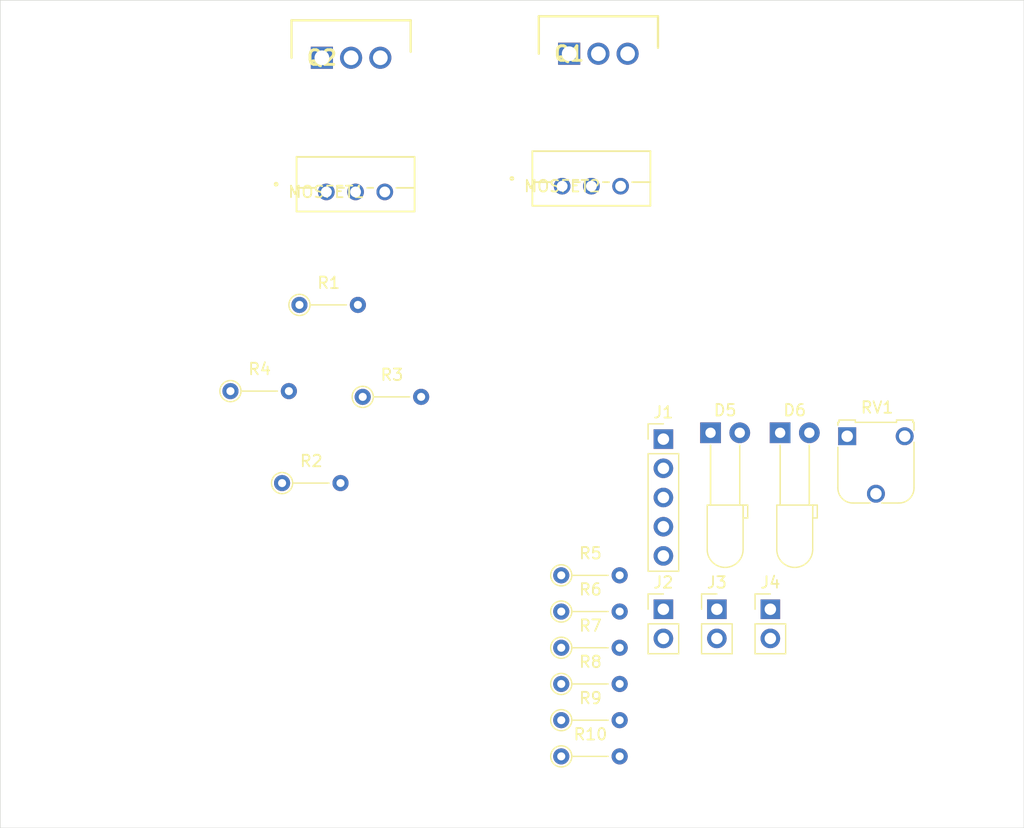
<source format=kicad_pcb>
(kicad_pcb (version 20240108) (generator "pcbnew") (generator_version "8.0")
  (layers (0 "F.Cu" signal) (31 "B.Cu" signal) (34 "B.Paste" user) (35 "F.Paste" user) (36 "B.SilkS" user "B.Silkscreen") (37 "F.SilkS" user "F.Silkscreen") (38 "B.Mask" user) (39 "F.Mask" user) (44 "Edge.Cuts" user))
  (net 0 "")
  (net 1 "Input 1")
  (net 2 "Net-(MOSFET1-Pad1)")
  (net 3 "GND")
  (net 4 "Net-(MOSFET2-Pad1)")
  (net 5 "Net-(D5-K)")
  (net 6 "Input 2")
  (net 7 "Net-(D6-K)")
  (net 8 "5V")
  (net 9 "AnalogInput1")
  (net 10 "Input 3")
  (net 11 "Input 4")
  (net 12 "Output 1")
  (net 13 "Output 2")
  (net 14 "Net-(Q2-G)")
  (net 15 "Net-(Q1-G)")
  (footprint "Connector_PinHeader_2.54mm:PinHeader_1x02_P2.54mm_Vertical" (layer "F.Cu") (at 154.95 96.475)
    (property "Reference" "J4" (at 0 -2.33 0) (layer "F.SilkS"))
    (property "Value" "Battery")
    (fp_line (start -1.33 -1.33) (end 0 -1.33) (stroke (width 0.12)) (layer "F.SilkS"))
    (fp_line (start -1.33 0) (end -1.33 -1.33) (stroke (width 0.12)) (layer "F.SilkS"))
    (fp_line (start -1.33 1.27) (end -1.33 3.87) (stroke (width 0.12)) (layer "F.SilkS"))
    (fp_line (start -1.33 1.27) (end 1.33 1.27) (stroke (width 0.12)) (layer "F.SilkS"))
    (fp_line (start -1.33 3.87) (end 1.33 3.87) (stroke (width 0.12)) (layer "F.SilkS"))
    (fp_line (start 1.33 1.27) (end 1.33 3.87) (stroke (width 0.12)) (layer "F.SilkS"))
    (pad "1" thru_hole rect (at 0 0) (size 1.7 1.7) (drill 1) (layers "*.Cu" "*.Mask") (net 3 "GND"))
    (pad "2" thru_hole oval (at 0 2.54) (size 1.7 1.7) (drill 1) (layers "*.Cu" "*.Mask") (net 3 "GND"))
  )
  (footprint "TO-220SIS_TOS:TO-220SIS_TOS" (layer "F.Cu") (at 116.349 60.172)
    (property "Reference" "MOSFET1" (at 0 0 0) (layer "F.SilkS"))
    (property "Value" "TK5A50D")
    (fp_line (start -2.5908 -3.0469) (end -2.5908 1.7029) (stroke (width 0.1524)) (layer "F.SilkS"))
    (fp_line (start -2.5908 1.7029) (end 7.6708 1.7029) (stroke (width 0.1524)) (layer "F.SilkS"))
    (fp_line (start -2.4638 -0.3545) (end -1.00781 -0.3545) (stroke (width 0.1524)) (layer "F.SilkS"))
    (fp_line (start 1.00781 -0.3545) (end 1.53219 -0.3545) (stroke (width 0.1524)) (layer "F.SilkS"))
    (fp_line (start 3.54781 -0.3545) (end 4.07219 -0.3545) (stroke (width 0.1524)) (layer "F.SilkS"))
    (fp_line (start 6.08781 -0.3545) (end 7.5438 -0.3545) (stroke (width 0.1524)) (layer "F.SilkS"))
    (fp_line (start 7.6708 -3.0469) (end -2.5908 -3.0469) (stroke (width 0.1524)) (layer "F.SilkS"))
    (fp_line (start 7.6708 1.7029) (end 7.6708 -3.0469) (stroke (width 0.1524)) (layer "F.SilkS"))
    (fp_circle (center -4.3688 -0.672) (end -4.2418 -0.672) (stroke (width 0.1524)) (fill none) (layer "F.SilkS"))
    (pad "1" thru_hole circle (at 0 0) (size 1.4478 1.4478) (drill 0.9398) (layers "*.Cu" "*.Mask") (net 2 "Net-(MOSFET1-Pad1)"))
    (pad "2" thru_hole circle (at 2.54 0) (size 1.4478 1.4478) (drill 0.9398) (layers "*.Cu" "*.Mask") (net 12 "Output 1"))
    (pad "3" thru_hole circle (at 5.08 0) (size 1.4478 1.4478) (drill 0.9398) (layers "*.Cu" "*.Mask") (net 3 "GND"))
  )
  (footprint "Potentiometer_THT:Potentiometer_Runtron_RM-065_Vertical" (layer "F.Cu") (at 161.63 81.425)
    (property "Reference" "RV1" (at 2.6 -2.5 0) (layer "F.SilkS"))
    (property "Value" "R_Potentiometer_Trim")
    (fp_line (start -0.81 -1.21) (end -0.81 -0.96) (stroke (width 0.12)) (layer "F.SilkS"))
    (fp_line (start -0.81 4.5) (end -0.81 0.96) (stroke (width 0.12)) (layer "F.SilkS"))
    (fp_line (start -0.71 -1.41) (end -0.71 -1.21) (stroke (width 0.12)) (layer "F.SilkS"))
    (fp_line (start -0.71 -1.41) (end 0.71 -1.41) (stroke (width 0.12)) (layer "F.SilkS"))
    (fp_line (start -0.71 -1.21) (end -0.81 -1.21) (stroke (width 0.12)) (layer "F.SilkS"))
    (fp_line (start 0.71 -1.21) (end 0.71 -1.41) (stroke (width 0.12)) (layer "F.SilkS"))
    (fp_line (start 0.71 -1.21) (end 4.29 -1.21) (stroke (width 0.12)) (layer "F.SilkS"))
    (fp_line (start 1.99 5.81) (end 0.5 5.81) (stroke (width 0.12)) (layer "F.SilkS"))
    (fp_line (start 4.29 -1.41) (end 5.71 -1.41) (stroke (width 0.12)) (layer "F.SilkS"))
    (fp_line (start 4.29 -1.21) (end 4.29 -1.41) (stroke (width 0.12)) (layer "F.SilkS"))
    (fp_line (start 4.5 5.81) (end 3.01 5.81) (stroke (width 0.12)) (layer "F.SilkS"))
    (fp_line (start 5.71 -1.41) (end 5.71 -1.21) (stroke (width 0.12)) (layer "F.SilkS"))
    (fp_line (start 5.71 -1.21) (end 5.81 -1.21) (stroke (width 0.12)) (layer "F.SilkS"))
    (fp_line (start 5.81 -1.21) (end 5.81 -0.52) (stroke (width 0.12)) (layer "F.SilkS"))
    (fp_line (start 5.81 0.52) (end 5.81 4.5) (stroke (width 0.12)) (layer "F.SilkS"))
    (fp_arc (start 0.5 5.81) (mid -0.42631 5.42631) (end -0.81 4.5) (stroke (width 0.12)) (layer "F.SilkS"))
    (fp_arc (start 5.81 4.5) (mid 5.42631 5.42631) (end 4.5 5.81) (stroke (width 0.12)) (layer "F.SilkS"))
    (pad "1" thru_hole rect (at 0 0) (size 1.56 1.56) (drill 1) (layers "*.Cu" "*.Mask") (net 8 "5V"))
    (pad "2" thru_hole circle (at 2.5 5) (size 1.56 1.56) (drill 1) (layers "*.Cu" "*.Mask") (net 9 "AnalogInput1"))
    (pad "3" thru_hole circle (at 5 0) (size 1.56 1.56) (drill 1) (layers "*.Cu" "*.Mask") (net 3 "GND"))
  )
  (footprint "Connector_PinHeader_2.54mm:PinHeader_1x02_P2.54mm_Vertical" (layer "F.Cu") (at 150.3 96.475)
    (property "Reference" "J3" (at 0 -2.33 0) (layer "F.SilkS"))
    (property "Value" "Motor Output Connector")
    (fp_line (start -1.33 -1.33) (end 0 -1.33) (stroke (width 0.12)) (layer "F.SilkS"))
    (fp_line (start -1.33 0) (end -1.33 -1.33) (stroke (width 0.12)) (layer "F.SilkS"))
    (fp_line (start -1.33 1.27) (end -1.33 3.87) (stroke (width 0.12)) (layer "F.SilkS"))
    (fp_line (start -1.33 1.27) (end 1.33 1.27) (stroke (width 0.12)) (layer "F.SilkS"))
    (fp_line (start -1.33 3.87) (end 1.33 3.87) (stroke (width 0.12)) (layer "F.SilkS"))
    (fp_line (start 1.33 1.27) (end 1.33 3.87) (stroke (width 0.12)) (layer "F.SilkS"))
    (pad "1" thru_hole rect (at 0 0) (size 1.7 1.7) (drill 1) (layers "*.Cu" "*.Mask") (net 12 "Output 1"))
    (pad "2" thru_hole oval (at 0 2.54) (size 1.7 1.7) (drill 1) (layers "*.Cu" "*.Mask") (net 13 "Output 2"))
  )
  (footprint "Connector_PinHeader_2.54mm:PinHeader_1x02_P2.54mm_Vertical" (layer "F.Cu") (at 145.65 96.475)
    (property "Reference" "J2" (at 0 -2.33 0) (layer "F.SilkS"))
    (property "Value" "Arduino")
    (fp_line (start -1.33 -1.33) (end 0 -1.33) (stroke (width 0.12)) (layer "F.SilkS"))
    (fp_line (start -1.33 0) (end -1.33 -1.33) (stroke (width 0.12)) (layer "F.SilkS"))
    (fp_line (start -1.33 1.27) (end -1.33 3.87) (stroke (width 0.12)) (layer "F.SilkS"))
    (fp_line (start -1.33 1.27) (end 1.33 1.27) (stroke (width 0.12)) (layer "F.SilkS"))
    (fp_line (start -1.33 3.87) (end 1.33 3.87) (stroke (width 0.12)) (layer "F.SilkS"))
    (fp_line (start 1.33 1.27) (end 1.33 3.87) (stroke (width 0.12)) (layer "F.SilkS"))
    (pad "1" thru_hole rect (at 0 0) (size 1.7 1.7) (drill 1) (layers "*.Cu" "*.Mask") (net 8 "5V"))
    (pad "2" thru_hole oval (at 0 2.54) (size 1.7 1.7) (drill 1) (layers "*.Cu" "*.Mask") (net 3 "GND"))
  )
  (footprint "Resistor_THT:R_Axial_DIN0204_L3.6mm_D1.6mm_P5.08mm_Vertical" (layer "F.Cu") (at 136.77 109.275)
    (property "Reference" "R10" (at 2.54 -1.92 0) (layer "F.SilkS"))
    (property "Value" "R")
    (fp_line (start 0.92 0) (end 4.08 0) (stroke (width 0.12)) (layer "F.SilkS"))
    (fp_circle (center 0 0) (end 0.92 0) (stroke (width 0.12)) (fill none) (layer "F.SilkS"))
    (pad "1" thru_hole circle (at 0 0) (size 1.4 1.4) (drill 0.7) (layers "*.Cu" "*.Mask") (net 3 "GND"))
    (pad "2" thru_hole oval (at 5.08 0) (size 1.4 1.4) (drill 0.7) (layers "*.Cu" "*.Mask") (net 7 "Net-(D6-K)"))
  )
  (footprint "Connector_PinHeader_2.54mm:PinHeader_1x05_P2.54mm_Vertical" (layer "F.Cu") (at 145.65 81.675)
    (property "Reference" "J1" (at 0 -2.33 0) (layer "F.SilkS"))
    (property "Value" "Input Pins Arduino")
    (fp_line (start -1.33 -1.33) (end 0 -1.33) (stroke (width 0.12)) (layer "F.SilkS"))
    (fp_line (start -1.33 0) (end -1.33 -1.33) (stroke (width 0.12)) (layer "F.SilkS"))
    (fp_line (start -1.33 1.27) (end -1.33 11.49) (stroke (width 0.12)) (layer "F.SilkS"))
    (fp_line (start -1.33 1.27) (end 1.33 1.27) (stroke (width 0.12)) (layer "F.SilkS"))
    (fp_line (start -1.33 11.49) (end 1.33 11.49) (stroke (width 0.12)) (layer "F.SilkS"))
    (fp_line (start 1.33 1.27) (end 1.33 11.49) (stroke (width 0.12)) (layer "F.SilkS"))
    (pad "1" thru_hole rect (at 0 0) (size 1.7 1.7) (drill 1) (layers "*.Cu" "*.Mask") (net 1 "Input 1"))
    (pad "2" thru_hole oval (at 0 2.54) (size 1.7 1.7) (drill 1) (layers "*.Cu" "*.Mask") (net 6 "Input 2"))
    (pad "3" thru_hole oval (at 0 5.08) (size 1.7 1.7) (drill 1) (layers "*.Cu" "*.Mask") (net 10 "Input 3"))
    (pad "4" thru_hole oval (at 0 7.62) (size 1.7 1.7) (drill 1) (layers "*.Cu" "*.Mask") (net 11 "Input 4"))
    (pad "5" thru_hole oval (at 0 10.16) (size 1.7 1.7) (drill 1) (layers "*.Cu" "*.Mask") (net 9 "AnalogInput1"))
  )
  (footprint "Resistor_THT:R_Axial_DIN0204_L3.6mm_D1.6mm_P5.08mm_Vertical" (layer "F.Cu") (at 136.77 102.975)
    (property "Reference" "R8" (at 2.54 -1.92 0) (layer "F.SilkS"))
    (property "Value" "R")
    (fp_line (start 0.92 0) (end 4.08 0) (stroke (width 0.12)) (layer "F.SilkS"))
    (fp_circle (center 0 0) (end 0.92 0) (stroke (width 0.12)) (fill none) (layer "F.SilkS"))
    (pad "1" thru_hole circle (at 0 0) (size 1.4 1.4) (drill 0.7) (layers "*.Cu" "*.Mask") (net 6 "Input 2"))
    (pad "2" thru_hole oval (at 5.08 0) (size 1.4 1.4) (drill 0.7) (layers "*.Cu" "*.Mask") (net 15 "Net-(Q1-G)"))
  )
  (footprint "TO-220SIS_TOS:TO-220SIS_TOS" (layer "F.Cu") (at 136.849 59.672)
    (property "Reference" "MOSFET2" (at 0 0 0) (layer "F.SilkS"))
    (property "Value" "TK5A50D")
    (fp_line (start -2.5908 -3.0469) (end -2.5908 1.7029) (stroke (width 0.1524)) (layer "F.SilkS"))
    (fp_line (start -2.5908 1.7029) (end 7.6708 1.7029) (stroke (width 0.1524)) (layer "F.SilkS"))
    (fp_line (start -2.4638 -0.3545) (end -1.00781 -0.3545) (stroke (width 0.1524)) (layer "F.SilkS"))
    (fp_line (start 1.00781 -0.3545) (end 1.53219 -0.3545) (stroke (width 0.1524)) (layer "F.SilkS"))
    (fp_line (start 3.54781 -0.3545) (end 4.07219 -0.3545) (stroke (width 0.1524)) (layer "F.SilkS"))
    (fp_line (start 6.08781 -0.3545) (end 7.5438 -0.3545) (stroke (width 0.1524)) (layer "F.SilkS"))
    (fp_line (start 7.6708 -3.0469) (end -2.5908 -3.0469) (stroke (width 0.1524)) (layer "F.SilkS"))
    (fp_line (start 7.6708 1.7029) (end 7.6708 -3.0469) (stroke (width 0.1524)) (layer "F.SilkS"))
    (fp_circle (center -4.3688 -0.672) (end -4.2418 -0.672) (stroke (width 0.1524)) (fill none) (layer "F.SilkS"))
    (pad "1" thru_hole circle (at 0 0) (size 1.4478 1.4478) (drill 0.9398) (layers "*.Cu" "*.Mask") (net 4 "Net-(MOSFET2-Pad1)"))
    (pad "2" thru_hole circle (at 2.54 0) (size 1.4478 1.4478) (drill 0.9398) (layers "*.Cu" "*.Mask") (net 13 "Output 2"))
    (pad "3" thru_hole circle (at 5.08 0) (size 1.4478 1.4478) (drill 0.9398) (layers "*.Cu" "*.Mask") (net 3 "GND"))
  )
  (footprint "LED_THT:LED_D3.0mm_Horizontal_O6.35mm_Z10.0mm" (layer "F.Cu") (at 155.8 81.125)
    (property "Reference" "D6" (at 1.27 -1.96 0) (layer "F.SilkS"))
    (property "Value" "LED")
    (fp_line (start -0.29 6.29) (end -0.29 10.15) (stroke (width 0.12)) (layer "F.SilkS"))
    (fp_line (start -0.29 6.29) (end 2.83 6.29) (stroke (width 0.12)) (layer "F.SilkS"))
    (fp_line (start 0 1.08) (end 0 1.08) (stroke (width 0.12)) (layer "F.SilkS"))
    (fp_line (start 0 1.08) (end 0 6.29) (stroke (width 0.12)) (layer "F.SilkS"))
    (fp_line (start 0 6.29) (end 0 1.08) (stroke (width 0.12)) (layer "F.SilkS"))
    (fp_line (start 0 6.29) (end 0 6.29) (stroke (width 0.12)) (layer "F.SilkS"))
    (fp_line (start 2.54 1.08) (end 2.54 1.08) (stroke (width 0.12)) (layer "F.SilkS"))
    (fp_line (start 2.54 1.08) (end 2.54 6.29) (stroke (width 0.12)) (layer "F.SilkS"))
    (fp_line (start 2.54 6.29) (end 2.54 1.08) (stroke (width 0.12)) (layer "F.SilkS"))
    (fp_line (start 2.54 6.29) (end 2.54 6.29) (stroke (width 0.12)) (layer "F.SilkS"))
    (fp_line (start 2.83 6.29) (end 2.83 10.15) (stroke (width 0.12)) (layer "F.SilkS"))
    (fp_line (start 2.83 6.29) (end 3.23 6.29) (stroke (width 0.12)) (layer "F.SilkS"))
    (fp_line (start 2.83 7.41) (end 2.83 6.29) (stroke (width 0.12)) (layer "F.SilkS"))
    (fp_line (start 3.23 6.29) (end 3.23 7.41) (stroke (width 0.12)) (layer "F.SilkS"))
    (fp_line (start 3.23 7.41) (end 2.83 7.41) (stroke (width 0.12)) (layer "F.SilkS"))
    (fp_arc (start 2.83 10.15) (mid 1.27 11.71) (end -0.29 10.15) (stroke (width 0.12)) (layer "F.SilkS"))
    (pad "1" thru_hole rect (at 0 0) (size 1.8 1.8) (drill 0.9) (layers "*.Cu" "*.Mask") (net 7 "Net-(D6-K)"))
    (pad "2" thru_hole circle (at 2.54 0) (size 1.8 1.8) (drill 0.9) (layers "*.Cu" "*.Mask") (net 11 "Input 4"))
  )
  (footprint "TO254P274X1016X1970-3P:TO254P274X1016X1970-3P" (layer "F.Cu") (at 137.46 48.15)
    (property "Reference" "Q1" (at 0 0 0) (layer "F.SilkS") (effects (font (size 1.27 1.27) (thickness 0.254))))
    (property "Value" "FQPF7P20" (hide yes))
    (fp_line (start -2.64 -3.26) (end -2.64 0) (stroke (width 0.2)) (layer "F.SilkS"))
    (fp_line (start 7.72 -3.26) (end -2.64 -3.26) (stroke (width 0.2)) (layer "F.SilkS"))
    (fp_line (start 7.72 -0.52) (end 7.72 -3.26) (stroke (width 0.2)) (layer "F.SilkS"))
    (pad "1" thru_hole rect (at 0 0) (size 1.92 1.92) (drill 1.28) (layers "*.Cu" "*.Mask") (net 15 "Net-(Q1-G)"))
    (pad "2" thru_hole circle (at 2.54 0) (size 1.92 1.92) (drill 1.28) (layers "*.Cu" "*.Mask") (net 13 "Output 2"))
    (pad "3" thru_hole circle (at 5.08 0) (size 1.92 1.92) (drill 1.28) (layers "*.Cu" "*.Mask") (net 3 "GND"))
  )
  (footprint "Resistor_THT:R_Axial_DIN0204_L3.6mm_D1.6mm_P5.08mm_Vertical" (layer "F.Cu") (at 114.01 70)
    (property "Reference" "R1" (at 2.54 -1.92 0) (layer "F.SilkS"))
    (property "Value" "R")
    (fp_line (start 0.92 0) (end 4.08 0) (stroke (width 0.12)) (layer "F.SilkS"))
    (fp_circle (center 0 0) (end 0.92 0) (stroke (width 0.12)) (fill none) (layer "F.SilkS"))
    (pad "1" thru_hole circle (at 0 0) (size 1.4 1.4) (drill 0.7) (layers "*.Cu" "*.Mask") (net 14 "Net-(Q2-G)"))
    (pad "2" thru_hole oval (at 5.08 0) (size 1.4 1.4) (drill 0.7) (layers "*.Cu" "*.Mask") (net 1 "Input 1"))
  )
  (footprint "Resistor_THT:R_Axial_DIN0204_L3.6mm_D1.6mm_P5.08mm_Vertical" (layer "F.Cu") (at 108.01 77.5)
    (property "Reference" "R4" (at 2.54 -1.92 0) (layer "F.SilkS"))
    (property "Value" "R")
    (fp_line (start 0.92 0) (end 4.08 0) (stroke (width 0.12)) (layer "F.SilkS"))
    (fp_circle (center 0 0) (end 0.92 0) (stroke (width 0.12)) (fill none) (layer "F.SilkS"))
    (pad "1" thru_hole circle (at 0 0) (size 1.4 1.4) (drill 0.7) (layers "*.Cu" "*.Mask") (net 2 "Net-(MOSFET1-Pad1)"))
    (pad "2" thru_hole oval (at 5.08 0) (size 1.4 1.4) (drill 0.7) (layers "*.Cu" "*.Mask") (net 3 "GND"))
  )
  (footprint "Resistor_THT:R_Axial_DIN0204_L3.6mm_D1.6mm_P5.08mm_Vertical" (layer "F.Cu") (at 136.77 99.825)
    (property "Reference" "R7" (at 2.54 -1.92 0) (layer "F.SilkS"))
    (property "Value" "R")
    (fp_line (start 0.92 0) (end 4.08 0) (stroke (width 0.12)) (layer "F.SilkS"))
    (fp_circle (center 0 0) (end 0.92 0) (stroke (width 0.12)) (fill none) (layer "F.SilkS"))
    (pad "1" thru_hole circle (at 0 0) (size 1.4 1.4) (drill 0.7) (layers "*.Cu" "*.Mask") (net 3 "GND"))
    (pad "2" thru_hole oval (at 5.08 0) (size 1.4 1.4) (drill 0.7) (layers "*.Cu" "*.Mask") (net 5 "Net-(D5-K)"))
  )
  (footprint "Resistor_THT:R_Axial_DIN0204_L3.6mm_D1.6mm_P5.08mm_Vertical" (layer "F.Cu") (at 112.5 85.5)
    (property "Reference" "R2" (at 2.54 -1.92 0) (layer "F.SilkS"))
    (property "Value" "R")
    (fp_line (start 0.92 0) (end 4.08 0) (stroke (width 0.12)) (layer "F.SilkS"))
    (fp_circle (center 0 0) (end 0.92 0) (stroke (width 0.12)) (fill none) (layer "F.SilkS"))
    (pad "1" thru_hole circle (at 0 0) (size 1.4 1.4) (drill 0.7) (layers "*.Cu" "*.Mask") (net 2 "Net-(MOSFET1-Pad1)"))
    (pad "2" thru_hole oval (at 5.08 0) (size 1.4 1.4) (drill 0.7) (layers "*.Cu" "*.Mask") (net 1 "Input 1"))
  )
  (footprint "Resistor_THT:R_Axial_DIN0204_L3.6mm_D1.6mm_P5.08mm_Vertical" (layer "F.Cu") (at 136.77 93.525)
    (property "Reference" "R5" (at 2.54 -1.92 0) (layer "F.SilkS"))
    (property "Value" "R")
    (fp_line (start 0.92 0) (end 4.08 0) (stroke (width 0.12)) (layer "F.SilkS"))
    (fp_circle (center 0 0) (end 0.92 0) (stroke (width 0.12)) (fill none) (layer "F.SilkS"))
    (pad "1" thru_hole circle (at 0 0) (size 1.4 1.4) (drill 0.7) (layers "*.Cu" "*.Mask") (net 15 "Net-(Q1-G)"))
    (pad "2" thru_hole oval (at 5.08 0) (size 1.4 1.4) (drill 0.7) (layers "*.Cu" "*.Mask") (net 3 "GND"))
  )
  (footprint "LED_THT:LED_D3.0mm_Horizontal_O6.35mm_Z10.0mm" (layer "F.Cu") (at 149.75 81.125)
    (property "Reference" "D5" (at 1.27 -1.96 0) (layer "F.SilkS"))
    (property "Value" "LED")
    (fp_line (start -0.29 6.29) (end -0.29 10.15) (stroke (width 0.12)) (layer "F.SilkS"))
    (fp_line (start -0.29 6.29) (end 2.83 6.29) (stroke (width 0.12)) (layer "F.SilkS"))
    (fp_line (start 0 1.08) (end 0 1.08) (stroke (width 0.12)) (layer "F.SilkS"))
    (fp_line (start 0 1.08) (end 0 6.29) (stroke (width 0.12)) (layer "F.SilkS"))
    (fp_line (start 0 6.29) (end 0 1.08) (stroke (width 0.12)) (layer "F.SilkS"))
    (fp_line (start 0 6.29) (end 0 6.29) (stroke (width 0.12)) (layer "F.SilkS"))
    (fp_line (start 2.54 1.08) (end 2.54 1.08) (stroke (width 0.12)) (layer "F.SilkS"))
    (fp_line (start 2.54 1.08) (end 2.54 6.29) (stroke (width 0.12)) (layer "F.SilkS"))
    (fp_line (start 2.54 6.29) (end 2.54 1.08) (stroke (width 0.12)) (layer "F.SilkS"))
    (fp_line (start 2.54 6.29) (end 2.54 6.29) (stroke (width 0.12)) (layer "F.SilkS"))
    (fp_line (start 2.83 6.29) (end 2.83 10.15) (stroke (width 0.12)) (layer "F.SilkS"))
    (fp_line (start 2.83 6.29) (end 3.23 6.29) (stroke (width 0.12)) (layer "F.SilkS"))
    (fp_line (start 2.83 7.41) (end 2.83 6.29) (stroke (width 0.12)) (layer "F.SilkS"))
    (fp_line (start 3.23 6.29) (end 3.23 7.41) (stroke (width 0.12)) (layer "F.SilkS"))
    (fp_line (start 3.23 7.41) (end 2.83 7.41) (stroke (width 0.12)) (layer "F.SilkS"))
    (fp_arc (start 2.83 10.15) (mid 1.27 11.71) (end -0.29 10.15) (stroke (width 0.12)) (layer "F.SilkS"))
    (pad "1" thru_hole rect (at 0 0) (size 1.8 1.8) (drill 0.9) (layers "*.Cu" "*.Mask") (net 5 "Net-(D5-K)"))
    (pad "2" thru_hole circle (at 2.54 0) (size 1.8 1.8) (drill 0.9) (layers "*.Cu" "*.Mask") (net 10 "Input 3"))
  )
  (footprint "TO254P274X1016X1970-3P:TO254P274X1016X1970-3P" (layer "F.Cu") (at 115.96 48.5)
    (property "Reference" "Q2" (at 0 0 0) (layer "F.SilkS") (effects (font (size 1.27 1.27) (thickness 0.254))))
    (property "Value" "FQPF7P20" (hide yes))
    (fp_line (start -2.64 -3.26) (end -2.64 0) (stroke (width 0.2)) (layer "F.SilkS"))
    (fp_line (start 7.72 -3.26) (end -2.64 -3.26) (stroke (width 0.2)) (layer "F.SilkS"))
    (fp_line (start 7.72 -0.52) (end 7.72 -3.26) (stroke (width 0.2)) (layer "F.SilkS"))
    (pad "1" thru_hole rect (at 0 0) (size 1.92 1.92) (drill 1.28) (layers "*.Cu" "*.Mask") (net 14 "Net-(Q2-G)"))
    (pad "2" thru_hole circle (at 2.54 0) (size 1.92 1.92) (drill 1.28) (layers "*.Cu" "*.Mask") (net 12 "Output 1"))
    (pad "3" thru_hole circle (at 5.08 0) (size 1.92 1.92) (drill 1.28) (layers "*.Cu" "*.Mask") (net 3 "GND"))
  )
  (footprint "Resistor_THT:R_Axial_DIN0204_L3.6mm_D1.6mm_P5.08mm_Vertical" (layer "F.Cu") (at 136.77 106.125)
    (property "Reference" "R9" (at 2.54 -1.92 0) (layer "F.SilkS"))
    (property "Value" "R")
    (fp_line (start 0.92 0) (end 4.08 0) (stroke (width 0.12)) (layer "F.SilkS"))
    (fp_circle (center 0 0) (end 0.92 0) (stroke (width 0.12)) (fill none) (layer "F.SilkS"))
    (pad "1" thru_hole circle (at 0 0) (size 1.4 1.4) (drill 0.7) (layers "*.Cu" "*.Mask") (net 6 "Input 2"))
    (pad "2" thru_hole oval (at 5.08 0) (size 1.4 1.4) (drill 0.7) (layers "*.Cu" "*.Mask") (net 4 "Net-(MOSFET2-Pad1)"))
  )
  (footprint "Resistor_THT:R_Axial_DIN0204_L3.6mm_D1.6mm_P5.08mm_Vertical" (layer "F.Cu") (at 119.51 78)
    (property "Reference" "R3" (at 2.54 -1.92 0) (layer "F.SilkS"))
    (property "Value" "R")
    (fp_line (start 0.92 0) (end 4.08 0) (stroke (width 0.12)) (layer "F.SilkS"))
    (fp_circle (center 0 0) (end 0.92 0) (stroke (width 0.12)) (fill none) (layer "F.SilkS"))
    (pad "1" thru_hole circle (at 0 0) (size 1.4 1.4) (drill 0.7) (layers "*.Cu" "*.Mask") (net 14 "Net-(Q2-G)"))
    (pad "2" thru_hole oval (at 5.08 0) (size 1.4 1.4) (drill 0.7) (layers "*.Cu" "*.Mask") (net 3 "GND"))
  )
  (footprint "Resistor_THT:R_Axial_DIN0204_L3.6mm_D1.6mm_P5.08mm_Vertical" (layer "F.Cu") (at 136.77 96.675)
    (property "Reference" "R6" (at 2.54 -1.92 0) (layer "F.SilkS"))
    (property "Value" "R")
    (fp_line (start 0.92 0) (end 4.08 0) (stroke (width 0.12)) (layer "F.SilkS"))
    (fp_circle (center 0 0) (end 0.92 0) (stroke (width 0.12)) (fill none) (layer "F.SilkS"))
    (pad "1" thru_hole circle (at 0 0) (size 1.4 1.4) (drill 0.7) (layers "*.Cu" "*.Mask") (net 4 "Net-(MOSFET2-Pad1)"))
    (pad "2" thru_hole oval (at 5.08 0) (size 1.4 1.4) (drill 0.7) (layers "*.Cu" "*.Mask") (net 3 "GND"))
  )
  (gr_rect (start 88 43.5) (end 177 115.5) (stroke (width 0.05)) (fill none) (layer "Edge.Cuts"))
)
</source>
